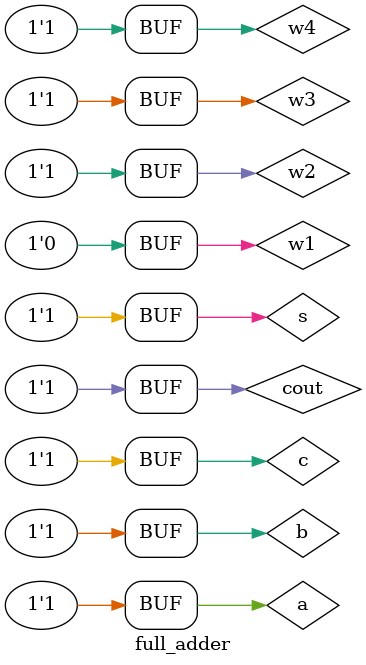
<source format=v>

module full_adder;

reg a,b,c;

wire s,cout,w1,w2,w3,w4;

xor(w1,a,b);

xor(s,w1,c);

and(w2,a,c);

and(w3,b,c);

and(w4,a,b);

or(cout,w2,w3,w4);


  initial begin
   $monitor($time,"a =%b, b=%b, c=%b,cout=%b,s=%b",a,b,c,cout,s);
     #0 a=0; b=0; c=0;
     #10 a=0; b=0; c=1;
     #10 a=0; b=1; c=0;
#10 a=0; b=1; c=1;
#10 a=1; b=0; c=0;
#10 a=1; b=0; c=1;
#10 a=1; b=1; c=0;
#10 a=1; b=1; c=1;
  end
endmodule

</source>
